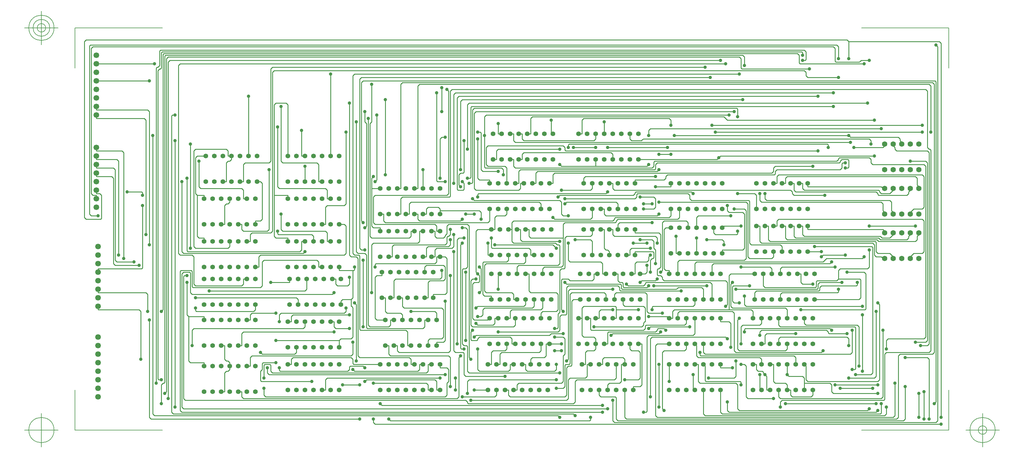
<source format=gbr>
G04 Generated by Ultiboard 14.1 *
%FSLAX24Y24*%
%MOIN*%

%ADD10C,0.0001*%
%ADD11C,0.0100*%
%ADD12C,0.0050*%
%ADD13C,0.0665*%
%ADD14C,0.0633*%
%ADD15C,0.0394*%
%ADD16C,0.0550*%


G04 ColorRGB 0000FF for the following layer *
%LNCopper Bottom*%
%LPD*%
G54D10*
G54D11*
X57600Y30200D02*
X56700Y30200D01*
X56600Y30200D01*
X56600Y30100D01*
X56400Y30000D01*
X53700Y30000D01*
X53600Y30100D01*
X53600Y31600D01*
X53400Y31800D01*
X-33200Y31800D01*
X-33400Y31600D01*
X-33400Y14600D01*
X-33200Y14400D01*
X-32800Y14400D01*
X-32800Y14000D01*
X27600Y18600D02*
X27600Y19200D01*
X27400Y19400D01*
X17200Y19400D01*
X17000Y19200D01*
X17000Y18600D01*
X16600Y18600D01*
X-10400Y19000D02*
X-10400Y25000D01*
X-10600Y25200D01*
X-11800Y25200D01*
X-12000Y25000D01*
X-10400Y14400D02*
X-10400Y14000D01*
X-12000Y25000D02*
X-12000Y14400D01*
X-10400Y14400D01*
X28000Y1000D02*
X28000Y1300D01*
X27900Y1400D01*
X24200Y1400D01*
X24000Y1200D01*
X24000Y0D01*
X23600Y0D01*
X8000Y21200D02*
X7600Y21200D01*
X7400Y21000D01*
X7400Y16400D01*
X9000Y7800D02*
X9000Y-3800D01*
X9200Y-4000D01*
X10100Y-4000D01*
X10200Y-4100D01*
X10200Y-6600D01*
X10400Y-6800D01*
X15000Y-6800D01*
X17400Y7400D02*
X17400Y6600D01*
X17200Y6400D01*
X12800Y6400D01*
X12600Y6200D01*
X12600Y3200D01*
X12800Y3000D01*
X15800Y3000D01*
X16000Y2800D01*
X16000Y2200D01*
X16400Y2200D01*
X41800Y24200D02*
X11600Y24200D01*
X11400Y24000D01*
X11400Y15200D01*
X11600Y15000D01*
X16600Y15000D01*
X16800Y15200D01*
X16800Y15800D01*
X17200Y15800D01*
X51200Y8400D02*
X57900Y8400D01*
X58000Y8300D01*
X58000Y-6400D01*
X57800Y-6600D01*
X56000Y-6600D01*
X27000Y-8400D02*
X27000Y-7800D01*
X27200Y-7600D01*
X28400Y-7600D01*
X28600Y-7400D01*
X28600Y-5400D01*
X29000Y-5400D01*
X21400Y-6400D02*
X10800Y-6400D01*
X10600Y-6200D01*
X10600Y-3300D01*
X10500Y-3200D01*
X10200Y-3200D01*
X10000Y-3000D01*
X10000Y5700D01*
X10100Y5800D01*
X10400Y5800D01*
X10600Y6000D01*
X10600Y10400D01*
X10400Y10600D01*
X10000Y10600D01*
X10000Y11600D02*
X9800Y11400D01*
X5000Y11400D01*
X4800Y11600D01*
X4800Y12200D01*
X4400Y12200D01*
X48000Y0D02*
X48000Y1000D01*
X47800Y1200D01*
X41600Y1200D01*
X41400Y1400D01*
X41400Y4000D01*
X41600Y4200D01*
X49600Y1000D02*
X57100Y1000D01*
X57200Y1100D01*
X57200Y5200D01*
X57000Y5400D01*
X55000Y5400D01*
X54800Y18200D02*
X54500Y18200D01*
X54400Y18100D01*
X54400Y17600D01*
X54200Y17400D01*
X46800Y17400D01*
X46600Y17200D01*
X46600Y16900D01*
X46500Y16800D01*
X34000Y16800D01*
X33800Y16600D01*
X33800Y16400D01*
X33600Y16200D01*
X30200Y16200D01*
X30200Y15800D01*
X-9400Y-3400D02*
X-9400Y-4000D01*
X-9600Y-4200D01*
X-13400Y-4200D01*
X-13600Y-4000D01*
X47000Y-8400D02*
X47000Y-9200D01*
X47200Y-9400D01*
X59000Y-9400D01*
X59200Y-9200D01*
X59200Y-1400D01*
X57400Y25200D02*
X10800Y25200D01*
X10600Y25000D01*
X10600Y19800D01*
X25600Y21600D02*
X25600Y21000D01*
X25400Y20800D01*
X17200Y20800D01*
X17000Y21000D01*
X17000Y21600D01*
X16600Y21600D01*
X21600Y17800D02*
X21400Y18000D01*
X21400Y19800D02*
X14200Y19800D01*
X14000Y19600D01*
X14000Y18600D01*
X13600Y18600D01*
X25600Y18600D02*
X25600Y17800D01*
X21600Y17800D01*
X11800Y21000D02*
X11800Y16400D01*
X12000Y16200D01*
X13200Y16200D01*
X13200Y15800D01*
X25600Y-3000D02*
X25600Y-3600D01*
X25400Y-3800D01*
X24600Y-3800D01*
X24400Y-4000D01*
X24400Y-5400D01*
X24000Y-5400D01*
X1000Y-200D02*
X0Y-200D01*
X-200Y0D01*
X-200Y4800D01*
X0Y5000D01*
X600Y5000D01*
X600Y5400D01*
X35600Y3200D02*
X28500Y3200D01*
X28400Y3300D01*
X28400Y3600D01*
X28200Y3800D01*
X22400Y3800D01*
X22200Y3600D01*
X22200Y500D01*
X22100Y400D01*
X21600Y400D01*
X21400Y200D01*
X21400Y-1400D01*
X21200Y-1600D01*
X14200Y-1600D01*
X13200Y12800D02*
X13200Y11400D01*
X13000Y11200D01*
X1000Y11200D01*
X800Y11400D01*
X800Y12200D01*
X400Y12200D01*
X46400Y7800D02*
X46400Y7200D01*
X46200Y7000D01*
X43600Y7000D01*
X43400Y7200D01*
X43400Y13400D01*
X43200Y13600D01*
X33000Y13600D01*
X33000Y17400D02*
X32800Y17200D01*
X18800Y17200D01*
X18600Y17000D01*
X18600Y15800D01*
X18200Y15800D01*
X50400Y7800D02*
X52000Y7800D01*
X51600Y19600D02*
X22100Y19600D01*
X22000Y19700D01*
X22000Y20000D01*
X21800Y20200D01*
X13000Y20200D01*
X12800Y20000D01*
X12800Y18000D01*
X13000Y17800D01*
X15000Y17800D01*
X15200Y17600D01*
X15200Y15800D01*
X43000Y-1600D02*
X43000Y-1300D01*
X43100Y-1200D01*
X53000Y-1200D01*
X53200Y-1400D01*
X-15000Y26000D02*
X-15000Y19000D01*
X38200Y-3000D02*
X38200Y-4000D01*
X38400Y-4200D01*
X55400Y-4200D01*
X55600Y-4000D01*
X55600Y-1400D01*
X38400Y29400D02*
X-12200Y29400D01*
X-12400Y29200D01*
X-12400Y18400D01*
X-12600Y18200D01*
X-15400Y18200D01*
X-15600Y18000D01*
X-15600Y16000D01*
X-16000Y16000D01*
X33000Y-5400D02*
X33000Y-10400D01*
X47200Y-10400D02*
X47200Y-9800D01*
X47400Y-9600D01*
X59300Y-9600D01*
X59400Y-9500D01*
X59400Y-4200D01*
X59600Y-4000D01*
X64600Y-4000D01*
X64800Y-3800D01*
X64800Y19700D01*
X64700Y19800D01*
X64600Y19800D01*
X64400Y20000D01*
X64400Y26600D01*
X64200Y26800D01*
X8800Y26800D01*
X8600Y26600D01*
X8600Y14300D01*
X8500Y14200D01*
X3000Y14200D01*
X2800Y14000D01*
X2800Y12200D01*
X2400Y12200D01*
X40600Y8600D02*
X40600Y9000D01*
X40400Y9200D01*
X38600Y9200D01*
X32000Y8200D02*
X29800Y8200D01*
X29600Y8000D01*
X29600Y7400D01*
X29200Y7400D01*
X52400Y14400D02*
X48800Y14400D01*
X48600Y14600D01*
X48600Y14800D01*
X48400Y15000D01*
X27800Y15000D01*
X27600Y15200D01*
X27600Y15800D01*
X27200Y15800D01*
X-8200Y4600D02*
X-8200Y3400D01*
X-8400Y3200D01*
X-19600Y3200D01*
X-30200Y7400D02*
X-30200Y18400D01*
X-30400Y18600D01*
X-32800Y18600D01*
X-32800Y19000D01*
X-11800Y-5200D02*
X-13300Y-5200D01*
X-13400Y-5300D01*
X-13400Y-6000D01*
X-13600Y-6200D01*
X-13600Y-7300D01*
X-13500Y-7400D01*
X-7600Y-7400D01*
X-4400Y-3400D02*
X-4400Y-2600D01*
X-11800Y-2600D01*
X-3000Y2200D02*
X-3000Y1500D01*
X-3000Y1400D01*
X-2900Y1400D01*
X-2800Y1200D01*
X-2800Y-2200D01*
X-3000Y-2400D01*
X-4200Y-2400D01*
X-4400Y-2600D01*
X51200Y2200D02*
X56400Y2200D01*
X56600Y2400D01*
X56600Y4500D01*
X56500Y4600D01*
X54000Y4600D01*
X15200Y12800D02*
X15200Y12200D01*
X15000Y12000D01*
X14000Y12000D01*
X13800Y11800D01*
X13800Y10400D01*
X13400Y10400D01*
X34800Y21400D02*
X55200Y21400D01*
X65800Y32400D02*
X66000Y32200D01*
X66000Y-11600D01*
X63400Y-11600D02*
X63400Y-8800D01*
X58600Y-8800D02*
X53400Y-8800D01*
X53200Y-8600D01*
X53200Y-7800D01*
X53000Y-7600D01*
X50000Y-7600D01*
X55200Y30400D02*
X55200Y32400D01*
X65800Y32400D01*
X46400Y-9400D02*
X43400Y-9400D01*
X43200Y-9200D01*
X43200Y-5600D01*
X43000Y-5400D01*
X42600Y-5400D01*
X41400Y-3400D02*
X41400Y-600D01*
X41200Y-400D01*
X40200Y-400D01*
X40200Y0D01*
X26800Y2200D02*
X26800Y2800D01*
X26600Y3000D01*
X22800Y3000D01*
X22600Y2800D01*
X22600Y-5300D01*
X22500Y-5400D01*
X22100Y-5400D01*
X22000Y-5500D01*
X22000Y-8000D01*
X21800Y-8200D01*
X21000Y-8200D01*
X49800Y30800D02*
X49800Y31100D01*
X49700Y31200D01*
X-25100Y31200D01*
X-25200Y31100D01*
X-25200Y29300D01*
X-25300Y29200D01*
X-25400Y29200D01*
X-25600Y29000D01*
X-25600Y-7100D01*
X-25500Y-7200D01*
X-25200Y-7200D01*
X-13200Y-8200D02*
X-13200Y-9000D01*
X-13000Y-9200D01*
X8000Y-9200D01*
X8200Y-9000D01*
X8200Y-7600D01*
X8400Y-7400D01*
X8400Y-6000D01*
X8200Y-5800D01*
X7400Y-5800D01*
X7400Y-5400D01*
X27000Y-10600D02*
X-22600Y-10600D01*
X-22800Y-10400D01*
X-22800Y5200D01*
X-22600Y5400D01*
X-21900Y5400D01*
X-21800Y5300D01*
X-21800Y3000D01*
X-21600Y2800D01*
X-5200Y2800D01*
X-5000Y3000D01*
X-600Y3000D02*
X-600Y8600D01*
X-400Y8800D01*
X4800Y8800D01*
X5000Y9000D01*
X5000Y10200D01*
X5400Y10200D01*
X46200Y5200D02*
X46200Y5800D01*
X46000Y6000D01*
X42600Y6000D01*
X32600Y6400D02*
X32600Y8000D01*
X32400Y8200D01*
X32400Y9000D01*
X32200Y9200D01*
X30800Y9200D01*
X-17200Y9000D02*
X-17200Y8400D01*
X-17400Y8200D01*
X-21200Y8200D01*
X-21400Y8400D01*
X-21400Y19600D01*
X-21200Y19800D01*
X-17600Y19800D01*
X-17400Y19600D01*
X-17400Y19000D01*
X-17000Y19000D01*
X-17200Y-5600D02*
X-17200Y-5200D01*
X-17400Y-5000D01*
X-17600Y-5000D01*
X-17800Y-4800D01*
X-17800Y-3200D01*
X-18200Y-3200D01*
X51000Y-8400D02*
X51000Y-9000D01*
X50800Y-9200D01*
X48600Y-9200D01*
X48400Y-9000D01*
X48400Y-8400D01*
X48000Y-8400D01*
X30600Y-3000D02*
X31000Y-3000D01*
X31000Y-7800D01*
X30800Y-8000D01*
X30000Y-8000D01*
X30000Y-8400D01*
X31800Y3800D02*
X31600Y3600D01*
X28900Y3600D01*
X28800Y3700D01*
X28800Y4100D01*
X28700Y4200D01*
X28400Y4200D01*
X28200Y4400D01*
X28200Y5200D01*
X27800Y5200D01*
X44200Y5200D02*
X41400Y5200D01*
X41200Y5000D01*
X41200Y1000D01*
X23800Y2200D02*
X23000Y2200D01*
X22800Y2000D01*
X22800Y-5500D01*
X22700Y-5600D01*
X22400Y-5600D01*
X22200Y-5800D01*
X22200Y-9000D01*
X22000Y-9200D01*
X15600Y-9200D01*
X15400Y-9000D01*
X15400Y-8400D01*
X15000Y-8400D01*
X14400Y5200D02*
X14200Y5000D01*
X14200Y3400D01*
X-3200Y-1200D02*
X-4800Y-1200D01*
X-5000Y-1000D01*
X-5000Y-400D01*
X-5400Y-400D01*
X62400Y18400D02*
X64200Y18400D01*
X64400Y18200D01*
X64400Y-2600D01*
X64200Y-2800D01*
X63000Y-2800D01*
X38200Y2200D02*
X38200Y3400D01*
X38000Y3600D01*
X35300Y3600D01*
X35200Y3600D01*
X35200Y3500D01*
X35000Y3400D01*
X28700Y3400D01*
X28600Y3500D01*
X28600Y3900D01*
X28500Y4000D01*
X22200Y4000D01*
X22000Y4200D01*
X49000Y-1800D02*
X45600Y-1800D01*
X45400Y-2000D01*
X45400Y-3000D01*
X45000Y-3000D01*
X-8400Y17800D02*
X-8400Y16000D01*
X10200Y20800D02*
X10200Y17100D01*
X10100Y17000D01*
X9800Y17000D01*
X9600Y16800D01*
X9600Y15600D01*
X9800Y15400D01*
X7600Y5600D02*
X7600Y4800D01*
X7400Y4600D01*
X2200Y4600D01*
X2000Y4400D01*
X2000Y2400D01*
X1600Y2400D01*
X55200Y32400D02*
X55000Y32600D01*
X-34200Y11800D02*
X-34000Y11600D01*
X-32300Y11600D01*
X-32200Y11700D01*
X-32200Y14400D01*
X-32400Y14600D01*
X-32800Y14600D01*
X-32800Y15000D01*
X55000Y32600D02*
X-34000Y32600D01*
X-34200Y32400D01*
X-34200Y11800D01*
X37000Y14600D02*
X36800Y14800D01*
X30300Y14800D01*
X30200Y14700D01*
X30200Y14600D01*
X30000Y14400D01*
X21400Y14400D01*
X21200Y14200D01*
X7400Y-7000D02*
X-5800Y-7000D01*
X-6000Y-7200D01*
X-6000Y-8400D01*
X-6400Y-8400D01*
X62400Y10000D02*
X62400Y9800D01*
X62200Y9600D01*
X62200Y9400D01*
X62000Y9200D01*
X58900Y9200D01*
X58700Y9400D01*
X49000Y9400D01*
X48800Y9600D01*
X48800Y10800D01*
X48400Y10800D01*
X47000Y-3000D02*
X47000Y-2400D01*
X47200Y-2200D01*
X55000Y-2200D01*
X55200Y-2400D01*
X55200Y-3200D01*
X61800Y-4600D02*
X64400Y-4600D01*
X64600Y-4800D01*
X64600Y-11800D01*
X66000Y-12400D02*
X-200Y-12400D01*
X-400Y-12200D01*
X-400Y-11800D01*
X-400Y-7600D02*
X5800Y-7600D01*
X6000Y-7800D01*
X6000Y-8400D01*
X6400Y-8400D01*
X63400Y15200D02*
X63400Y15400D01*
X63200Y15600D01*
X63200Y16400D01*
X63000Y16600D01*
X48000Y16600D01*
X47800Y16400D01*
X47800Y15800D01*
X47400Y15800D01*
X58000Y-8200D02*
X54200Y-8200D01*
X34200Y-7400D02*
X34200Y-5400D01*
X37200Y5200D02*
X37200Y6400D01*
X37400Y6600D01*
X52200Y6600D01*
X52600Y7000D01*
X56800Y7000D01*
X57000Y7200D01*
X57000Y29800D02*
X49500Y29800D01*
X49400Y29900D01*
X49400Y30800D01*
X49200Y31000D01*
X-24900Y31000D01*
X-25000Y30900D01*
X-25000Y1000D01*
X-25200Y800D01*
X27200Y7400D02*
X27200Y7800D01*
X27000Y8000D01*
X26800Y8000D01*
X26600Y8200D01*
X26600Y10400D01*
X26200Y10400D01*
X-4200Y1600D02*
X-4200Y2000D01*
X-4000Y2200D01*
X-3000Y2200D01*
X-2800Y2400D01*
X-4400Y5600D02*
X-4400Y6000D01*
X-2800Y2400D02*
X-2800Y5600D01*
X-4400Y5600D01*
X45200Y5200D02*
X45200Y3800D01*
X45400Y3600D01*
X51300Y3600D01*
X51400Y3700D01*
X51400Y4300D01*
X51500Y4400D01*
X53800Y4400D01*
X54000Y4600D01*
X54000Y5600D01*
X54200Y5800D01*
X57400Y5800D01*
X57600Y6000D01*
X57600Y8000D01*
X58200Y19000D02*
X40200Y19000D01*
X40000Y18800D01*
X41000Y13200D02*
X41000Y12600D01*
X41200Y12400D01*
X42800Y12400D01*
X43000Y12200D01*
X43000Y8200D01*
X42800Y8000D01*
X40400Y8000D01*
X40400Y7600D01*
X30600Y18600D02*
X39800Y18600D01*
X40000Y18800D01*
X-20000Y19000D02*
X-21000Y19000D01*
X-21200Y18800D01*
X-21200Y14600D01*
X-21000Y14400D01*
X-20200Y14400D01*
X-20200Y14000D01*
X400Y-5400D02*
X-2700Y-5400D01*
X-2800Y-5300D01*
X-2800Y-4800D01*
X-3000Y-4600D01*
X-9800Y-4600D01*
X-10000Y-4800D01*
X-10000Y-5400D01*
X-10400Y-5400D01*
X11800Y5200D02*
X12000Y5000D01*
X12000Y4300D01*
X11900Y4200D01*
X11400Y4200D01*
X11200Y4000D01*
X11200Y0D01*
X11400Y-200D01*
X13000Y-200D01*
X13200Y0D01*
X-20800Y18400D02*
X-20800Y15400D01*
X-20600Y15200D01*
X-15800Y15200D01*
X-15600Y15000D01*
X-15600Y14000D01*
X-15200Y14000D01*
X36600Y-1000D02*
X32000Y-1000D01*
X31800Y-1200D01*
X36200Y0D02*
X36200Y-600D01*
X36000Y-800D01*
X31500Y-800D01*
X31400Y-900D01*
X31400Y-1200D01*
X31200Y-1400D01*
X25100Y-1400D01*
X25000Y-1300D01*
X25000Y0D01*
X24600Y0D01*
X16400Y5200D02*
X16400Y6000D01*
X16600Y6200D01*
X21200Y6200D01*
X21400Y6400D01*
X21400Y8500D01*
X21300Y8600D01*
X21100Y8600D01*
X20900Y8800D01*
X16000Y8800D01*
X15800Y9000D01*
X15800Y10400D01*
X15400Y10400D01*
X28200Y12800D02*
X28200Y13400D01*
X28000Y13600D01*
X22200Y13600D01*
X22000Y13400D01*
X21400Y9000D02*
X17000Y9000D01*
X16800Y9200D01*
X16800Y10400D01*
X16400Y10400D01*
X25200Y15800D02*
X25200Y15200D01*
X25000Y15000D01*
X21600Y15000D01*
X5600Y5400D02*
X5600Y6000D01*
X5800Y6200D01*
X7800Y6200D01*
X8000Y6000D01*
X8000Y4600D01*
X7800Y4400D01*
X6200Y4400D01*
X6000Y4200D01*
X6000Y2400D01*
X5600Y2400D01*
X62400Y15200D02*
X62400Y15000D01*
X62200Y14800D01*
X62200Y14600D01*
X62000Y14400D01*
X58700Y14400D01*
X58600Y14500D01*
X58600Y14600D01*
X58400Y14800D01*
X49000Y14800D01*
X48800Y15000D01*
X48800Y15800D01*
X48400Y15800D01*
X62400Y12200D02*
X62400Y12400D01*
X62800Y12800D01*
X63800Y12800D01*
X64000Y13000D01*
X64000Y16600D01*
X63800Y16800D01*
X47000Y16800D01*
X46800Y16600D01*
X46800Y15800D01*
X46400Y15800D01*
X40200Y-8400D02*
X40200Y-11000D01*
X40400Y-11200D01*
X58900Y-11200D01*
X59000Y-11100D01*
X59000Y-10000D01*
X65200Y-10000D02*
X65400Y-9800D01*
X65400Y27700D01*
X65300Y27800D01*
X-1600Y27800D01*
X-1800Y27600D01*
X-1800Y11400D01*
X-1600Y11200D01*
X-4400Y11000D02*
X-3800Y11000D01*
X-3600Y10800D01*
X-3600Y7600D01*
X-3800Y7400D01*
X-13600Y7400D01*
X-13800Y7200D01*
X-13800Y6000D01*
X-14200Y6000D01*
X59600Y-3600D02*
X59600Y-2600D01*
X59800Y-2400D01*
X64000Y-2400D01*
X64200Y-2200D01*
X64200Y17800D01*
X64000Y18000D01*
X58000Y18000D01*
X57800Y18200D01*
X57800Y18600D01*
X57600Y18800D01*
X54100Y18800D01*
X54000Y18700D01*
X54000Y18600D01*
X53800Y18400D01*
X32500Y18400D01*
X32400Y18300D01*
X32400Y17800D01*
X32200Y17600D01*
X16200Y17600D01*
X16000Y17800D01*
X16000Y18600D01*
X15600Y18600D01*
X37400Y7600D02*
X37400Y9400D01*
X31800Y18000D02*
X31600Y17800D01*
X25600Y17800D01*
X20600Y21600D02*
X20400Y21800D01*
X20400Y23200D01*
X-1000Y23400D02*
X-1000Y-800D01*
X-800Y-1000D01*
X1400Y-1000D01*
X1600Y-800D01*
X1600Y-200D01*
X2000Y-200D01*
X37200Y-8400D02*
X37000Y-8200D01*
X37000Y-6600D01*
X11000Y-4800D02*
X10800Y-4600D01*
X10800Y10800D01*
X10600Y11000D01*
X8400Y11000D01*
X8200Y10800D01*
X8200Y9900D01*
X8000Y9700D01*
X8000Y9600D01*
X7800Y9400D01*
X7000Y9400D01*
X6800Y9600D01*
X6800Y10200D01*
X6400Y10200D01*
X9200Y-7000D02*
X9200Y-8400D01*
X45000Y-5400D02*
X45000Y-4800D01*
X44800Y-4600D01*
X37600Y-4600D01*
X37400Y-4400D01*
X37400Y-3200D01*
X37200Y-3000D01*
X33200Y-1600D02*
X33000Y-1800D01*
X27600Y-1800D01*
X27400Y-2000D01*
X39400Y10600D02*
X39400Y10000D01*
X39600Y9800D01*
X42100Y9800D01*
X42200Y9900D01*
X42200Y10200D01*
X41200Y23800D02*
X12800Y23800D01*
X12600Y23600D01*
X12600Y17700D01*
X12700Y17600D01*
X14600Y17600D01*
X14800Y17400D01*
X14800Y16800D01*
X22400Y8800D02*
X22400Y6800D01*
X22600Y6600D01*
X26200Y6600D01*
X26400Y6400D01*
X26400Y5200D01*
X26800Y5200D01*
X28800Y2200D02*
X28800Y1600D01*
X29000Y1400D01*
X31200Y1400D01*
X31400Y1200D01*
X31400Y-300D01*
X31400Y-400D01*
X31300Y-400D01*
X31200Y-600D01*
X31200Y-800D01*
X31000Y-1000D01*
X25400Y-1000D01*
X21800Y-1800D02*
X20400Y-1800D01*
X20200Y-2000D01*
X11600Y-2000D01*
X11400Y-2200D01*
X-2800Y-2800D02*
X-2800Y-4200D01*
X-3000Y-4400D01*
X-14600Y-4400D01*
X-14800Y-4600D01*
X-14800Y-5600D01*
X-15200Y-5600D01*
X28200Y10400D02*
X28200Y11000D01*
X28400Y11200D01*
X32200Y11200D01*
X32200Y13400D02*
X31200Y13400D01*
X31800Y21400D02*
X31800Y22000D01*
X32000Y22200D01*
X59000Y22200D01*
X64000Y-8600D02*
X64000Y-11800D01*
X11400Y-8400D02*
X13000Y-8400D01*
X17400Y2200D02*
X17400Y1600D01*
X17200Y1400D01*
X11800Y1400D01*
X11600Y1200D01*
X11200Y-1400D02*
X11000Y-1600D01*
X11000Y-2500D01*
X11100Y-2600D01*
X11700Y-2600D01*
X11800Y-2500D01*
X11800Y-2400D01*
X12000Y-2200D01*
X15600Y-2200D01*
X15800Y-2400D01*
X15800Y-3000D01*
X16200Y-3000D01*
X60400Y15200D02*
X60400Y15000D01*
X60000Y14600D01*
X59000Y14600D01*
X58800Y14800D01*
X58800Y14900D01*
X58700Y15000D01*
X50000Y15000D01*
X49800Y15200D01*
X49800Y15800D01*
X49400Y15800D01*
X55000Y-1800D02*
X52900Y-1800D01*
X52800Y-1700D01*
X52800Y-1600D01*
X52600Y-1400D01*
X45000Y-1400D01*
X44800Y-1600D01*
X44800Y-2000D01*
X42000Y-5000D02*
X42000Y-6800D01*
X41800Y-7000D01*
X38800Y-7000D01*
X37400Y10600D02*
X37400Y11800D01*
X37600Y12000D01*
X41400Y12000D01*
X40200Y30200D02*
X-24200Y30200D01*
X-24400Y30000D01*
X-24400Y-9400D01*
X-27800Y6200D02*
X-30600Y6200D01*
X-30800Y6400D01*
X-30800Y16400D01*
X-31000Y16600D01*
X-32800Y16600D01*
X-32800Y17000D01*
X-8400Y-400D02*
X-8400Y-1000D01*
X-8600Y-1200D01*
X-21400Y-1200D01*
X-21600Y-1400D01*
X-21600Y-3200D01*
X7400Y-8400D02*
X7000Y-8400D01*
X7000Y-7400D01*
X6800Y-7200D01*
X-1200Y-7200D01*
X-1400Y-7400D01*
X-1400Y-5800D02*
X-1600Y-5600D01*
X-3100Y-5600D01*
X-3200Y-5700D01*
X-3200Y-6000D01*
X-3400Y-6200D01*
X-11300Y-6200D01*
X-11400Y-6100D01*
X-11400Y-5800D01*
X-11400Y-400D02*
X-11400Y400D01*
X-11200Y600D01*
X-3800Y600D01*
X-3600Y800D01*
X-3600Y1200D01*
X8000Y2000D02*
X8000Y-2600D01*
X7800Y-2800D01*
X7000Y-2800D01*
X7000Y-3200D01*
X-2800Y5600D02*
X-2700Y5600D01*
X-2600Y5700D01*
X-2600Y6000D01*
X-200Y6000D02*
X-200Y6300D01*
X-100Y6400D01*
X6800Y6400D01*
X7000Y6600D01*
X7000Y7200D01*
X7400Y7200D01*
X30800Y5200D02*
X31400Y5200D01*
X31600Y5400D01*
X31600Y6200D01*
X10400Y5400D02*
X10400Y-2600D01*
X34400Y15800D02*
X34400Y15400D01*
X32600Y15400D01*
X-10200Y4600D02*
X-10200Y4200D01*
X-12400Y4200D01*
X13400Y10400D02*
X11800Y10400D01*
X11600Y10200D01*
X11600Y5400D01*
X11800Y5200D01*
X-3600Y21800D02*
X-3600Y13400D01*
X-3800Y13200D01*
X-5800Y13200D01*
X-6000Y13000D01*
X-6000Y11000D01*
X-6400Y11000D01*
X32000Y7400D02*
X31800Y7200D01*
X31800Y6800D01*
X31600Y6600D01*
X30400Y6600D01*
X30200Y6400D01*
X30200Y5200D01*
X29800Y5200D01*
X25200Y7400D02*
X25200Y9000D01*
X25000Y9200D01*
X23200Y9200D01*
X14200Y17200D02*
X12400Y17200D01*
X12200Y17400D01*
X12200Y21700D01*
X12100Y21800D01*
X11800Y21800D01*
X-26200Y21400D02*
X-26200Y-11200D01*
X-26000Y-11400D01*
X21200Y-11400D01*
X21400Y-11600D01*
X60400Y7000D02*
X60400Y7200D01*
X60000Y7600D01*
X58600Y7600D01*
X58400Y7800D01*
X58400Y8900D01*
X58300Y9000D01*
X46000Y9000D01*
X45800Y9200D01*
X45800Y10800D01*
X45400Y10800D01*
X33000Y12200D02*
X32800Y12000D01*
X26800Y12000D01*
X26600Y12200D01*
X26600Y12800D01*
X26200Y12800D01*
X-26600Y27800D02*
X-32800Y27800D01*
X-27000Y9800D02*
X-27000Y23200D01*
X-27200Y23400D01*
X-32800Y23400D01*
X-32800Y23800D01*
X30200Y7400D02*
X30200Y7800D01*
X32300Y7800D01*
X32400Y7700D01*
X32400Y7100D01*
X32300Y7000D01*
X32200Y7000D01*
X32000Y6800D01*
X32000Y5400D01*
X12200Y11600D02*
X12200Y12400D01*
X12000Y12600D01*
X7400Y12600D01*
X7400Y12200D01*
X-21000Y14400D02*
X-21000Y9600D01*
X-20800Y9400D01*
X-20200Y9400D01*
X-20200Y9000D01*
X14000Y-8400D02*
X14000Y-9000D01*
X13800Y-9200D01*
X10000Y-9200D01*
X-2400Y-5000D02*
X-2400Y1600D01*
X-2600Y1800D01*
X19400Y5200D02*
X19400Y5800D01*
X19600Y6000D01*
X21600Y6000D01*
X21800Y6200D01*
X18000Y9400D02*
X17800Y9600D01*
X17800Y10400D01*
X17400Y10400D01*
X21800Y6200D02*
X21800Y9400D01*
X18000Y9400D01*
X25200Y12800D02*
X25200Y11800D01*
X25000Y11600D01*
X20800Y11600D01*
X20600Y11800D01*
X47400Y7800D02*
X47400Y8400D01*
X47200Y8600D01*
X43800Y8600D01*
X43600Y8800D01*
X43600Y13700D01*
X43500Y13800D01*
X36800Y13800D01*
X36600Y14000D01*
X36600Y14400D01*
X36400Y14600D01*
X30500Y14600D01*
X30400Y14500D01*
X30400Y14200D01*
X30200Y14000D01*
X22000Y14000D01*
X51000Y17800D02*
X46600Y17800D01*
X46400Y17600D01*
X46400Y17200D01*
X46200Y17000D01*
X20800Y17000D01*
X20600Y16800D01*
X20600Y15800D01*
X20200Y15800D01*
X47000Y0D02*
X47000Y-800D01*
X47200Y-1000D01*
X55900Y-1000D01*
X56000Y-1100D01*
X56000Y-5900D01*
X55900Y-6000D01*
X55600Y-6000D01*
X25000Y-11600D02*
X25000Y-11900D01*
X24900Y-12000D01*
X1600Y-12000D01*
X1400Y-11800D01*
X41000Y-9800D02*
X41000Y-10800D01*
X41200Y-11000D01*
X58400Y-11000D01*
X58600Y-10800D01*
X-600Y27400D02*
X-600Y23000D01*
X-800Y22800D01*
X-800Y9600D01*
X-600Y9400D01*
X3800Y9400D01*
X4000Y9600D01*
X4000Y10200D01*
X4400Y10200D01*
X58600Y-7800D02*
X53600Y-7800D01*
X42600Y-7800D02*
X42600Y-7500D01*
X42500Y-7400D01*
X38500Y-7400D01*
X38400Y-7300D01*
X38400Y-5600D01*
X38200Y-5400D01*
X36200Y-3000D02*
X36200Y-3600D01*
X36000Y-3800D01*
X33600Y-3800D01*
X33400Y-4000D01*
X33400Y-10600D01*
X33600Y-10800D01*
X-5400Y28600D02*
X-5400Y19000D01*
X40800Y1400D02*
X41000Y1600D01*
X41000Y4200D01*
X40800Y4400D01*
X33600Y4400D01*
X33400Y4600D01*
X33400Y4800D01*
X33200Y5000D01*
X32900Y5000D01*
X32800Y5100D01*
X32800Y5700D01*
X32900Y5800D01*
X33000Y5800D01*
X33200Y6000D01*
X33200Y9800D01*
X33000Y10000D01*
X30200Y10000D01*
X30200Y10400D01*
X31600Y8800D02*
X30000Y8800D01*
X22400Y12000D02*
X21800Y12000D01*
X21600Y12200D01*
X21600Y13600D01*
X21400Y13800D01*
X11400Y13800D01*
X11200Y14000D01*
X8600Y5000D02*
X8600Y-3800D01*
X8400Y-4000D01*
X2600Y-4000D01*
X2400Y-3800D01*
X2400Y-3200D01*
X2000Y-3200D01*
X6000Y-3200D02*
X6000Y-2600D01*
X6200Y-2400D01*
X7600Y-2400D01*
X7800Y-2200D01*
X7800Y1000D01*
X7600Y1200D01*
X3200Y1200D01*
X3000Y1400D01*
X3000Y2400D01*
X2600Y2400D01*
X-17200Y14000D02*
X-17200Y13600D01*
X-17400Y13400D01*
X-17600Y13400D01*
X-17800Y13200D01*
X-17800Y11000D01*
X-18200Y11000D01*
X-8400Y7800D02*
X-8600Y7600D01*
X-22600Y7600D01*
X-22800Y7800D01*
X-22800Y16000D01*
X-9200Y1600D02*
X-9200Y2200D01*
X-9400Y2400D01*
X-21200Y2400D01*
X-29600Y7000D02*
X-29600Y19400D01*
X-29800Y19600D01*
X-32800Y19600D01*
X-32800Y20000D01*
X-27600Y-4800D02*
X-27600Y800D01*
X-27800Y1000D01*
X-32600Y1000D01*
X-32600Y1400D01*
X35400Y7600D02*
X35000Y7600D01*
X35000Y9600D01*
X24200Y15800D02*
X24200Y16400D01*
X24400Y16600D01*
X32600Y16600D01*
X33000Y19200D02*
X34400Y19200D01*
X34400Y22600D02*
X34400Y23200D01*
X34200Y23400D01*
X24200Y23400D01*
X24000Y23200D01*
X24000Y21600D01*
X23600Y21600D01*
X400Y15200D02*
X-600Y15200D01*
X-22000Y200D02*
X-22000Y-5000D01*
X-21800Y-5200D01*
X-20200Y-5200D01*
X-20200Y-5600D01*
X49000Y-5400D02*
X49000Y-4600D01*
X48800Y-4400D01*
X37900Y-4400D01*
X37800Y-4300D01*
X37800Y-4000D01*
X28000Y-5400D02*
X28000Y-7000D01*
X27800Y-7200D01*
X23400Y-7200D01*
X23200Y-7400D01*
X23200Y-9800D01*
X23000Y-10000D01*
X10700Y-10000D01*
X10600Y-9900D01*
X10600Y-9800D01*
X10400Y-9600D01*
X-22400Y-9600D01*
X-22600Y-9400D01*
X-22600Y4900D01*
X-22500Y5000D01*
X-22200Y5000D01*
X-21800Y8200D02*
X-21800Y20400D01*
X21000Y8200D02*
X20600Y8600D01*
X13800Y8600D01*
X11400Y12200D02*
X10400Y12200D01*
X10000Y8800D02*
X9800Y8600D01*
X9800Y-3500D01*
X9900Y-3600D01*
X10200Y-3600D01*
X11800Y-3600D02*
X11800Y-6000D01*
X12000Y-6200D01*
X15400Y-6200D01*
X15600Y-6000D01*
X15600Y-5400D01*
X16000Y-5400D01*
X35400Y12800D02*
X35400Y11800D01*
X35200Y11600D01*
X28200Y11600D01*
X28000Y11400D01*
X28000Y11300D01*
X27900Y11200D01*
X22000Y11200D01*
X21800Y11000D01*
X21800Y9400D01*
X44400Y12800D02*
X44400Y14400D01*
X44200Y14600D01*
X42200Y14600D01*
X42200Y23600D02*
X42200Y24500D01*
X42100Y24600D01*
X11400Y24600D01*
X11200Y24400D01*
X11200Y15900D01*
X11100Y15800D01*
X10800Y15800D01*
X10200Y9400D02*
X9600Y9400D01*
X9400Y9200D01*
X9400Y-3000D01*
X43000Y29600D02*
X43000Y30600D01*
X42800Y30800D01*
X-24700Y30800D01*
X-24800Y30700D01*
X-24800Y-7500D01*
X-24900Y-7600D01*
X-25000Y-7600D01*
X-25200Y-7800D01*
X-25200Y-10000D01*
X-2800Y-6000D02*
X-2600Y-6200D01*
X4800Y-6200D01*
X5000Y-6000D01*
X5000Y-5400D01*
X5400Y-5400D01*
X44200Y2200D02*
X44200Y3000D01*
X44400Y3200D01*
X51700Y3200D01*
X51800Y3300D01*
X51800Y3600D01*
X52000Y3800D01*
X56100Y3800D01*
X56200Y3900D01*
X56200Y4200D01*
X39000Y28200D02*
X-1800Y28200D01*
X-2000Y28000D01*
X-2000Y8200D01*
X-1800Y8000D01*
X-1400Y8000D01*
X51600Y26000D02*
X9600Y26000D01*
X9400Y25800D01*
X9400Y15100D01*
X9500Y15000D01*
X10100Y15000D01*
X10200Y15100D01*
X10200Y15800D01*
X10000Y16000D01*
X8600Y9200D02*
X8600Y8600D01*
X8400Y8400D01*
X6000Y8400D01*
X5800Y8200D01*
X5800Y7200D01*
X5400Y7200D01*
X60400Y20400D02*
X60400Y20200D01*
X60600Y20000D01*
X60600Y19800D01*
X60800Y19600D01*
X64400Y19600D01*
X64600Y19400D01*
X64600Y-3000D01*
X64400Y-3200D01*
X63600Y-3200D01*
X39200Y5200D02*
X39200Y6200D01*
X39400Y6400D01*
X53000Y6400D01*
X53200Y6600D01*
X1000Y25600D02*
X1000Y16800D01*
X-3200Y4800D02*
X-3200Y4000D01*
X-3400Y3800D01*
X-4600Y3800D01*
X-4800Y4000D01*
X-4800Y4600D01*
X-5200Y4600D01*
X29000Y-5400D02*
X29000Y-4800D01*
X28800Y-4600D01*
X26600Y-4600D01*
X26400Y-4800D01*
X26400Y-5400D01*
X26000Y-5400D01*
X48000Y-3000D02*
X48000Y-3600D01*
X47800Y-3800D01*
X42400Y-3800D01*
X42200Y-3600D01*
X42200Y-200D01*
X42400Y0D01*
X42400Y1800D02*
X41800Y1800D01*
X41600Y2000D01*
X41600Y3700D01*
X41700Y3800D01*
X43600Y3800D01*
X32800Y8800D02*
X32800Y9400D01*
X32600Y9600D01*
X27800Y9600D01*
X27600Y9800D01*
X27600Y10400D01*
X27200Y10400D01*
X-7400Y9000D02*
X-7400Y9600D01*
X-7600Y9800D01*
X-11500Y9800D01*
X-11600Y9900D01*
X-11600Y10200D01*
X63000Y10800D02*
X57600Y10800D01*
X27800Y2200D02*
X27800Y2800D01*
X28000Y3000D01*
X31400Y3000D01*
X31600Y2800D01*
X31600Y800D01*
X31800Y600D01*
X33400Y600D01*
X33800Y-1400D02*
X33600Y-1200D01*
X32900Y-1200D01*
X32800Y-1300D01*
X32800Y-1400D01*
X32600Y-1600D01*
X27100Y-1600D01*
X27000Y-1700D01*
X27000Y-3000D01*
X26600Y-3000D01*
X34200Y0D02*
X34000Y200D01*
X31800Y200D01*
X28000Y0D02*
X27600Y0D01*
X30600Y1000D02*
X28000Y1000D01*
X28000Y0D01*
X44000Y0D02*
X44000Y800D01*
X43800Y1000D01*
X34800Y1000D01*
X34600Y800D01*
X34600Y0D01*
X34200Y0D01*
X50000Y-8400D02*
X50000Y-7000D01*
X49800Y-6800D01*
X48200Y-6800D01*
X48000Y-6600D01*
X-12000Y14400D02*
X-12000Y9600D01*
X-11800Y9400D01*
X-10400Y9400D01*
X-10400Y9000D01*
X-12600Y17400D02*
X-12600Y10400D01*
X-12800Y10200D01*
X-15600Y10200D01*
X-15800Y10400D01*
X-15800Y11000D01*
X-16200Y11000D01*
X29600Y21600D02*
X29600Y21000D01*
X29800Y20800D01*
X30900Y20800D01*
X31000Y20800D01*
X31000Y20900D01*
X31200Y21000D01*
X57600Y21000D01*
X57800Y20800D01*
X57800Y20400D01*
X58400Y800D02*
X58400Y-6800D01*
X58200Y-7000D01*
X55200Y-7000D01*
X19200Y0D02*
X19200Y600D01*
X19400Y800D01*
X21000Y800D01*
X21200Y1000D01*
X21200Y2800D01*
X21000Y3000D01*
X18000Y3000D01*
X17800Y3200D01*
X17800Y5200D01*
X17400Y5200D01*
X21600Y-3800D02*
X20800Y-3800D01*
X18400Y2200D02*
X18400Y1400D01*
X18200Y1200D01*
X12600Y1200D01*
X12400Y1000D01*
X12400Y400D01*
X12200Y200D01*
X11800Y200D01*
X50600Y29200D02*
X42700Y29200D01*
X42600Y29300D01*
X42600Y30400D01*
X42400Y30600D01*
X-24400Y30600D01*
X-24600Y30400D01*
X-24600Y-8600D01*
X-24800Y-8800D01*
X35200Y5200D02*
X35200Y6600D01*
X35400Y6800D01*
X43000Y6800D01*
X43200Y7000D01*
X43200Y12600D01*
X43000Y12800D01*
X41800Y12800D01*
X40800Y29800D02*
X-23000Y29800D01*
X-23200Y29600D01*
X-23200Y7600D01*
X-23000Y7400D01*
X-21600Y7400D01*
X-21400Y7200D01*
X-21400Y4000D01*
X-21200Y3800D01*
X-15800Y3800D01*
X-15600Y4000D01*
X-15600Y4600D01*
X-15200Y4600D01*
X7000Y-200D02*
X7000Y600D01*
X6800Y800D01*
X4000Y800D01*
X-17200Y-5600D02*
X-17200Y-6000D01*
X-17400Y-6200D01*
X-17600Y-6200D01*
X-17800Y-6400D01*
X-17800Y-8600D01*
X-18200Y-8600D01*
X50000Y-5400D02*
X50200Y-5600D01*
X50200Y-7200D01*
X50400Y-7400D01*
X58600Y-7400D01*
X58800Y-7200D01*
X58800Y1600D01*
X58600Y1800D01*
X58200Y23200D02*
X41000Y23200D01*
X40600Y23600D01*
X18200Y23600D01*
X18000Y23400D01*
X18000Y21600D01*
X17600Y21600D01*
X19400Y2200D02*
X19400Y1200D01*
X19200Y1000D01*
X15800Y1000D01*
X15600Y800D01*
X15600Y0D01*
X15200Y0D01*
X7400Y7200D02*
X8000Y7200D01*
X8200Y7000D01*
X8200Y3000D01*
X8000Y2800D01*
X6600Y2800D01*
X6600Y2400D01*
X55400Y20600D02*
X16200Y20600D01*
X16000Y20800D01*
X16000Y21600D01*
X15600Y21600D01*
X45400Y-6600D02*
X45200Y-6400D01*
X45200Y-6300D01*
X45100Y-6200D01*
X44600Y-6200D01*
X44400Y-6000D01*
X44400Y-5400D01*
X44000Y-5400D01*
X14600Y21600D02*
X14200Y21600D01*
X14200Y22800D01*
X-11600Y22400D02*
X-11600Y15400D01*
X-11400Y15200D01*
X-6000Y15200D01*
X-5800Y15000D01*
X-5800Y14000D01*
X-5400Y14000D01*
X27000Y20000D02*
X34000Y20000D01*
X7600Y24200D02*
X7600Y27000D01*
X11000Y-9600D02*
X22200Y-9600D01*
X22400Y-9400D01*
X22400Y-7200D01*
X22600Y-7000D01*
X24400Y-7000D01*
X24600Y-6800D01*
X24600Y-5400D01*
X25000Y-5400D01*
X37200Y2200D02*
X37200Y1600D01*
X37000Y1400D01*
X32300Y1400D01*
X32200Y1300D01*
X32200Y1000D01*
X16200Y0D02*
X16200Y-800D01*
X16000Y-1000D01*
X11200Y-1000D01*
X11000Y-800D01*
X11000Y4400D01*
X11200Y4600D01*
X11600Y4600D01*
X19200Y12800D02*
X19200Y13400D01*
X19000Y13600D01*
X4000Y13600D01*
X3800Y13400D01*
X3800Y12200D01*
X3400Y12200D01*
X62400Y7000D02*
X62400Y7200D01*
X62800Y7600D01*
X63800Y7600D01*
X64000Y7800D01*
X64000Y11400D01*
X63800Y11600D01*
X47000Y11600D01*
X46800Y11400D01*
X46800Y10800D01*
X46400Y10800D01*
X60400Y12200D02*
X60400Y12400D01*
X60200Y12600D01*
X60200Y13600D01*
X60000Y13800D01*
X45600Y13800D01*
X45400Y14000D01*
X45400Y14600D01*
X59400Y20400D02*
X59400Y20200D01*
X59200Y20000D01*
X55800Y20000D01*
X41600Y-5800D02*
X40200Y-5800D01*
X40200Y-5400D01*
X37200Y0D02*
X37200Y-1800D01*
X37000Y-2000D01*
X31800Y-2000D01*
X31600Y-2200D01*
X31600Y-10900D01*
X31500Y-11000D01*
X31200Y-11000D01*
X26400Y-11000D02*
X-22800Y-11000D01*
X-23000Y-10800D01*
X-23000Y5500D01*
X-22900Y5600D01*
X-21700Y5600D01*
X-21600Y5500D01*
X-21600Y3700D01*
X-21500Y3600D01*
X-13600Y3600D01*
X-13400Y3800D01*
X-13400Y6600D01*
X-13200Y6800D01*
X-7000Y6800D01*
X-6800Y6600D01*
X-6800Y6000D01*
X-6400Y6000D01*
X45000Y0D02*
X45000Y-600D01*
X44800Y-800D01*
X42800Y-800D01*
X42600Y-1000D01*
X42600Y-3000D01*
X27000Y14800D02*
X26800Y14600D01*
X11900Y14600D01*
X11800Y14500D01*
X11800Y14200D01*
X13000Y8800D02*
X13000Y7400D01*
X13400Y7400D01*
X60400Y10000D02*
X60400Y9800D01*
X60000Y9400D01*
X59100Y9400D01*
X58900Y9600D01*
X50000Y9600D01*
X49800Y9800D01*
X49800Y10800D01*
X49400Y10800D01*
X47200Y5200D02*
X47200Y5800D01*
X47400Y6000D01*
X53600Y6000D01*
X53400Y24800D02*
X11100Y24800D01*
X11000Y24700D01*
X11000Y16500D01*
X10900Y16400D01*
X10600Y16400D01*
X8600Y10400D02*
X8600Y9800D01*
X8400Y9600D01*
X8300Y9600D01*
X8200Y9500D01*
X8200Y8800D01*
X8000Y8600D01*
X2000Y8600D01*
X1800Y8400D01*
X1800Y7200D01*
X1400Y7200D01*
X-26800Y800D02*
X-26800Y2800D01*
X-27000Y3000D01*
X-32600Y3000D01*
X-32600Y3400D01*
X-27400Y14400D02*
X-27400Y14700D01*
X-27500Y14800D01*
X-29200Y14800D01*
X34400Y10600D02*
X33800Y10600D01*
X33600Y10400D01*
X33600Y5800D01*
X33800Y5600D01*
X34200Y5600D01*
X34200Y5200D01*
X27600Y3400D02*
X22600Y3400D01*
X22400Y3200D01*
X22400Y-4800D01*
X22200Y-5000D01*
X21000Y-5400D02*
X21000Y-6000D01*
X20800Y-6200D01*
X17600Y-6200D01*
X17400Y-6000D01*
X17400Y-5400D01*
X17000Y-5400D01*
X36400Y10600D02*
X36400Y11200D01*
X36200Y11400D01*
X33600Y11400D01*
X33400Y11200D01*
X33400Y5600D01*
X33200Y5400D01*
X32800Y4600D02*
X32600Y4400D01*
X31000Y4400D01*
X30800Y4200D01*
X-5000Y-1600D02*
X-15600Y-1600D01*
X-15800Y-1800D01*
X-15800Y-3200D01*
X-16200Y-3200D01*
X9800Y-4400D02*
X9600Y-4600D01*
X9600Y-9200D01*
X9400Y-9400D01*
X-15600Y-9400D01*
X-15800Y-9200D01*
X-15800Y-8600D01*
X-16200Y-8600D01*
X42800Y25600D02*
X10000Y25600D01*
X9800Y25400D01*
X9800Y17400D01*
X59400Y10000D02*
X59400Y10200D01*
X59200Y10400D01*
X50400Y10400D01*
X50400Y10800D01*
X59400Y7000D02*
X59200Y7000D01*
X59000Y7200D01*
X58400Y7200D01*
X58200Y7400D01*
X58200Y8600D01*
X58000Y8800D01*
X45000Y8800D01*
X44800Y9000D01*
X44800Y10800D01*
X44400Y10800D01*
X57600Y-10600D02*
X57400Y-10800D01*
X42400Y-10800D01*
X42200Y-10600D01*
X42200Y-7800D01*
X42000Y-7600D01*
X37800Y-7600D01*
X37600Y-7400D01*
X37600Y-5400D01*
X37200Y-5400D01*
X-17000Y19000D02*
X-17000Y18600D01*
X-17200Y18400D01*
X-17400Y18400D01*
X-17600Y18200D01*
X-17600Y16000D01*
X-18000Y16000D01*
X-8400Y19000D02*
X-8800Y19000D01*
X-8800Y22000D01*
X-26000Y29800D02*
X-32800Y29800D01*
X-8400Y9000D02*
X-8800Y9000D01*
X-8800Y8000D01*
X-9000Y7800D01*
X-22100Y7800D01*
X-22200Y7900D01*
X-22200Y16400D01*
X-28400Y6600D02*
X-30400Y6600D01*
X-30600Y6800D01*
X-30600Y17400D01*
X-30800Y17600D01*
X-32800Y17600D01*
X-32800Y18000D01*
X-14000Y16000D02*
X-13600Y16000D01*
X-13400Y15800D01*
X-13400Y11600D01*
X-13600Y11400D01*
X-14200Y11400D01*
X-14200Y11000D01*
X27600Y1000D02*
X26200Y1000D01*
X26000Y800D01*
X26000Y0D01*
X25600Y0D01*
X29600Y-3000D02*
X29600Y-3600D01*
X29800Y-3800D01*
X30600Y-3800D01*
X30800Y-4000D01*
X30800Y-7000D01*
X30600Y-7200D01*
X29000Y-7200D01*
X21000Y-7200D02*
X10800Y-7200D01*
X10600Y-7400D01*
X10600Y-8800D01*
X-23600Y-10400D02*
X-23600Y20800D01*
X-22200Y4200D02*
X-22200Y400D01*
X-22000Y200D01*
X-20200Y200D01*
X-20200Y-200D01*
X-3200Y400D02*
X-9800Y400D01*
X-10000Y200D01*
X-10000Y-400D01*
X-10400Y-400D01*
X15400Y7400D02*
X15400Y6800D01*
X15200Y6600D01*
X12500Y6600D01*
X12400Y6500D01*
X12400Y2800D01*
X12600Y2600D01*
X13400Y2600D01*
X13400Y2200D01*
X41000Y-2400D02*
X40800Y-2200D01*
X32200Y-2200D01*
X32000Y-2400D01*
X32000Y-9200D01*
X26400Y-10200D02*
X600Y-10200D01*
X400Y-10000D01*
X50000Y0D02*
X50000Y-600D01*
X50200Y-800D01*
X56200Y-800D01*
X56400Y-1000D01*
X56400Y-5600D01*
X-3200Y25200D02*
X-3200Y7400D01*
X-3000Y7200D01*
X-2400Y7200D01*
X-2200Y7000D01*
X-2200Y-4400D01*
X-2000Y-4600D01*
X3800Y-4600D01*
X4000Y-4800D01*
X4000Y-5400D01*
X4400Y-5400D01*
X27600Y-9600D02*
X27600Y-12000D01*
X27800Y-12200D01*
X65400Y-12200D01*
X65600Y-12000D01*
X65600Y31800D01*
X65400Y32000D01*
X7000Y26400D02*
X7000Y16100D01*
X7100Y16000D01*
X8000Y16000D01*
X42000Y3400D02*
X51500Y3400D01*
X51600Y3500D01*
X51600Y4000D01*
X51800Y4200D01*
X54400Y4200D01*
X54000Y28200D02*
X50400Y28200D01*
X50200Y28400D01*
X50200Y28800D01*
X50000Y29000D01*
X-12000Y29000D01*
X-12200Y28800D01*
X-12200Y10200D01*
X-12400Y10000D01*
X-14600Y10000D01*
X-14800Y9800D01*
X-14800Y9000D01*
X-15200Y9000D01*
X8000Y-6600D02*
X-12600Y-6600D01*
X-12800Y-6400D01*
X-12800Y-5800D01*
X35200Y0D02*
X35200Y600D01*
X35400Y800D01*
X41600Y800D01*
X41800Y600D01*
X41800Y-3800D01*
X42000Y-4000D01*
X52000Y-4000D01*
X52200Y-3800D01*
X54000Y30400D02*
X54000Y31800D01*
X53800Y32000D01*
X-33500Y32000D01*
X-33600Y31900D01*
X-33600Y12200D01*
X-33400Y12000D01*
X-32600Y12000D01*
X-11200Y12200D02*
X-11200Y10400D01*
X-11000Y10200D01*
X-6000Y10200D01*
X-5800Y10000D01*
X-5800Y9000D01*
X-5400Y9000D01*
X22400Y20000D02*
X22400Y20300D01*
X22500Y20400D01*
X52700Y20400D01*
X52800Y20300D01*
X52800Y20000D01*
X51000Y4000D02*
X49800Y4000D01*
X49600Y4200D01*
X49600Y5200D01*
X49200Y5200D01*
X29000Y-8400D02*
X29000Y-11600D01*
X29200Y-11800D01*
X60800Y-11800D01*
X61000Y-11600D01*
X61000Y-4400D01*
X61200Y-4200D01*
X65000Y-4200D01*
X65200Y-4000D01*
X65200Y27400D01*
X65000Y27600D01*
X3000Y27600D01*
X2800Y27400D01*
X2800Y15200D01*
X2400Y15200D01*
X40400Y10600D02*
X40600Y10800D01*
X42600Y10800D01*
X42400Y28600D02*
X-2600Y28600D01*
X-2800Y28400D01*
X-2800Y7600D01*
X-2600Y7400D01*
X-2100Y7400D01*
X-2000Y7300D01*
X-2000Y-1300D01*
X-1900Y-1400D01*
X3400Y-1400D01*
X3600Y-1600D01*
X3600Y-3200D01*
X4000Y-3200D01*
X-26600Y8600D02*
X-26600Y24200D01*
X-26800Y24400D01*
X-32800Y24400D01*
X-32800Y24800D01*
X13400Y9400D02*
X13400Y8300D01*
X13500Y8200D01*
X17800Y8200D01*
X18000Y8000D01*
X18000Y7400D01*
X18400Y7400D01*
X21800Y800D02*
X21600Y1000D01*
X21600Y4500D01*
X21700Y4600D01*
X22400Y4600D01*
X22600Y4400D01*
X25200Y4400D01*
X25400Y4600D01*
X25400Y5200D01*
X25800Y5200D01*
X48000Y-5400D02*
X48000Y-6600D01*
X45400Y-6600D02*
X45600Y-6800D01*
X45600Y-8400D01*
X46000Y-8400D01*
X15200Y-3000D02*
X15200Y-3600D01*
X15000Y-3800D01*
X13600Y-3800D01*
X13400Y-4000D01*
X13400Y-5400D01*
X13000Y-5400D01*
X61400Y20400D02*
X61400Y20600D01*
X61200Y20800D01*
X61200Y21000D01*
X61000Y21200D01*
X55400Y21200D01*
X55200Y21400D01*
X25200Y10400D02*
X25200Y9800D01*
X25000Y9600D01*
X22200Y9600D01*
X22000Y9400D01*
X22000Y5900D01*
X21900Y5800D01*
X21600Y5800D01*
X21400Y5600D01*
X21400Y700D01*
X21200Y500D01*
X21200Y-1100D01*
X21100Y-1200D01*
X20800Y-1200D01*
X20800Y-2200D02*
X21800Y-2200D01*
X22000Y-2400D01*
X22000Y-4200D01*
X21800Y-4400D01*
X21800Y-7400D01*
X21600Y-7600D01*
X16600Y-7600D01*
X16400Y-7800D01*
X16400Y-8400D01*
X16000Y-8400D01*
X19200Y-3000D02*
X19200Y-3800D01*
X19000Y-4000D01*
X14600Y-4000D01*
X14400Y-4200D01*
X14400Y-5400D01*
X14000Y-5400D01*
X39200Y2200D02*
X39200Y4000D01*
X39000Y4200D01*
X31500Y4200D01*
X31400Y4100D01*
X31400Y4000D01*
X31200Y3800D01*
X29400Y3800D01*
X29200Y4000D01*
X38600Y3800D02*
X32400Y3800D01*
X12000Y6000D02*
X12200Y5800D01*
X12200Y3200D01*
X12000Y3000D01*
X11600Y-600D02*
X11800Y-800D01*
X13600Y-800D01*
X13800Y-600D01*
X13800Y0D01*
X14200Y0D01*
X52000Y7200D02*
X52200Y7400D01*
X54800Y7400D01*
X54800Y17600D02*
X55100Y17600D01*
X55200Y17700D01*
X55200Y18500D01*
X55100Y18600D01*
X54400Y18600D01*
X54200Y18400D01*
X54200Y18300D01*
X54100Y18200D01*
X32800Y18200D01*
X32600Y18000D01*
X32600Y17500D01*
X32500Y17400D01*
X16800Y17400D01*
X16600Y17200D01*
X16600Y15800D01*
X16200Y15800D01*
X49800Y30200D02*
X50100Y30200D01*
X50200Y30300D01*
X50200Y31200D01*
X50000Y31400D01*
X-25300Y31400D01*
X-25400Y31300D01*
X-25400Y29600D01*
X-25600Y29400D01*
X-25700Y29400D01*
X-25800Y29300D01*
X-25800Y-7600D01*
X-13200Y-7000D02*
X-13200Y-5500D01*
X-13100Y-5400D01*
X-12500Y-5400D01*
X-12400Y-5500D01*
X-12400Y-6200D01*
X-12200Y-6400D01*
X5800Y-6400D01*
X6000Y-6200D01*
X6000Y-5400D01*
X6400Y-5400D01*
X59400Y12200D02*
X59400Y12400D01*
X59200Y12600D01*
X59200Y13400D01*
X59000Y13600D01*
X45000Y13600D01*
X44800Y13800D01*
X44800Y14600D01*
X47200Y2200D02*
X47200Y2800D01*
X47400Y3000D01*
X53900Y3000D01*
X54000Y3100D01*
X54000Y3400D01*
X53400Y26400D02*
X9200Y26400D01*
X9000Y26200D01*
X9000Y15800D01*
X9000Y9800D02*
X9000Y8400D01*
X8800Y8200D01*
X7000Y8200D01*
X6800Y8000D01*
X6800Y7200D01*
X6400Y7200D01*
X38200Y-8400D02*
X38200Y-11200D01*
X38400Y-11400D01*
X59400Y-11400D01*
X59600Y-11200D01*
X59600Y-10400D01*
X8200Y26800D02*
X8400Y26600D01*
X8400Y14600D01*
X8200Y14400D01*
X-200Y14400D01*
X-400Y14200D01*
X-400Y11200D01*
X-200Y11000D01*
X6800Y11000D01*
X7000Y10800D01*
X7000Y10200D01*
X7400Y10200D01*
X34200Y-3000D02*
X32800Y-3000D01*
X32600Y-3200D01*
X32600Y-11400D01*
X32800Y-11600D01*
X60400Y-11600D01*
X60600Y-11400D01*
X60600Y-7600D01*
X63800Y21800D02*
X39600Y21800D01*
X-11200Y24800D02*
X-11200Y18400D01*
X-11000Y18200D01*
X-7000Y18200D01*
X-6800Y18000D01*
X-6800Y16000D01*
X-6400Y16000D01*
X43000Y2600D02*
X43000Y1600D01*
X43200Y1400D01*
X56800Y1400D01*
X56800Y400D02*
X56800Y-6200D01*
X8600Y-8000D02*
X8600Y-4600D01*
X8400Y-4400D01*
X1600Y-4400D01*
X1400Y-4200D01*
X1400Y-3200D01*
X1000Y-3200D01*
X-27400Y13200D02*
X-27400Y5900D01*
X-27500Y5800D01*
X-32600Y5800D01*
X-32600Y5400D01*
X48000Y-8400D02*
X48000Y-7800D01*
X47800Y-7600D01*
X46600Y-7600D01*
X46400Y-7400D01*
X46400Y-5400D01*
X46000Y-5400D01*
X18000Y-5400D02*
X18000Y-4800D01*
X18200Y-4600D01*
X19600Y-4600D01*
X19800Y-4400D01*
X19800Y-3000D01*
X20200Y-3000D01*
X-14200Y1600D02*
X-14200Y1000D01*
X-14400Y800D01*
X-21100Y800D01*
X-21200Y900D01*
X-21200Y1200D01*
X-26600Y-200D02*
X-26600Y-11600D01*
X-26400Y-11800D01*
X-2000Y-11800D01*
X-2000Y-7800D02*
X-4000Y-7800D01*
X7400Y12200D02*
X7400Y12800D01*
X7200Y13000D01*
X6000Y13000D01*
X5800Y12800D01*
X5800Y12200D01*
X5400Y12200D01*
X21600Y-3000D02*
X20200Y-3000D01*
X31200Y12800D02*
X32400Y12800D01*
X32600Y13000D01*
X32600Y14000D01*
X32400Y14200D01*
X30800Y14200D01*
X23000Y20000D02*
X25600Y20000D01*
X3000Y-200D02*
X3000Y400D01*
X2800Y600D01*
X1200Y600D01*
X1000Y800D01*
X1000Y2400D01*
X600Y2400D01*
X-400Y16600D02*
X-600Y16400D01*
X-600Y10800D01*
X-400Y10600D01*
X400Y10600D01*
X400Y10200D01*
X25600Y-3000D02*
X25600Y-2400D01*
X25400Y-2200D01*
X24200Y-2200D01*
X24000Y-2000D01*
X24000Y0D01*
X23600Y0D01*
X45000Y-8400D02*
X44800Y-8200D01*
X44800Y-6600D01*
X23200Y-11400D02*
X23000Y-11200D01*
X-23800Y-11200D01*
X-24000Y-11000D01*
X-24000Y23700D01*
X-23900Y23800D01*
X-23600Y23800D01*
X26600Y23000D02*
X26600Y21600D01*
X-11800Y600D02*
X-14600Y600D01*
X-14800Y400D01*
X-14800Y-200D01*
X-15200Y-200D01*
X34400Y12800D02*
X34400Y12000D01*
X34200Y11800D01*
X27900Y11800D01*
X27800Y11700D01*
X27800Y11600D01*
X27600Y11400D01*
X16000Y11400D01*
X15800Y11200D01*
X15800Y10400D01*
X15400Y10400D01*
X63400Y10000D02*
X63400Y9800D01*
X63200Y9600D01*
X63200Y9200D01*
X63000Y9000D01*
X58700Y9000D01*
X58500Y9200D01*
X48000Y9200D01*
X47800Y9400D01*
X47800Y10800D01*
X47400Y10800D01*
X59400Y15200D02*
X59200Y15200D01*
X59000Y15400D01*
X50400Y15400D01*
X50400Y15800D01*
X47800Y-10000D02*
X58400Y-10000D01*
X63800Y22600D02*
X39200Y22600D01*
X-1400Y24200D02*
X-1400Y23000D01*
X-1200Y22800D01*
X-1200Y10800D01*
X-1400Y10600D01*
X5400Y17400D02*
X5400Y15200D01*
X26000Y-8400D02*
X26000Y-9000D01*
X26200Y-9200D01*
X27900Y-9200D01*
X28000Y-9300D01*
X28000Y-11800D01*
X28200Y-12000D01*
X61600Y-12000D01*
X61800Y-11800D01*
X61800Y-8000D01*
X64800Y21800D02*
X64800Y27200D01*
X64600Y27400D01*
X5000Y27400D01*
X4800Y27200D01*
X4800Y15200D01*
X4400Y15200D01*
X0Y23800D02*
X0Y16200D01*
X-200Y16000D01*
X-1600Y6800D02*
X-1600Y-1000D01*
X-2400Y23000D02*
X-2400Y7800D01*
X-2200Y7600D01*
X-1400Y7600D01*
X-1200Y7400D01*
X-1200Y-1100D01*
X-1100Y-1200D01*
X5400Y-1200D01*
X5600Y-1000D01*
X5600Y-200D01*
X6000Y-200D01*
G54D12*
X-35300Y-13100D02*
X-35300Y-8390D01*
X-35300Y-13100D02*
X-25080Y-13100D01*
X66900Y-13100D02*
X56680Y-13100D01*
X66900Y-13100D02*
X66900Y-8390D01*
X66900Y34004D02*
X66900Y29294D01*
X66900Y34004D02*
X56680Y34004D01*
X-35300Y34004D02*
X-25080Y34004D01*
X-35300Y34004D02*
X-35300Y29294D01*
X-37269Y-13100D02*
X-41206Y-13100D01*
X-39237Y-15069D02*
X-39237Y-11131D01*
X-40714Y-13100D02*
G75*
D01*
G02X-40714Y-13100I1477J0*
G01*
X68869Y-13100D02*
X72806Y-13100D01*
X70837Y-15069D02*
X70837Y-11131D01*
X69361Y-13100D02*
G75*
D01*
G02X69361Y-13100I1476J0*
G01*
X70345Y-13100D02*
G75*
D01*
G02X70345Y-13100I492J0*
G01*
X-37269Y34004D02*
X-41206Y34004D01*
X-39237Y32035D02*
X-39237Y35972D01*
X-40714Y34004D02*
G75*
D01*
G02X-40714Y34004I1477J0*
G01*
X-40221Y34004D02*
G75*
D01*
G02X-40221Y34004I984J0*
G01*
X-39729Y34004D02*
G75*
D01*
G02X-39729Y34004I492J0*
G01*
G54D13*
X-32600Y-2200D03*
X-32600Y-3200D03*
X-32600Y-4200D03*
X-32600Y-5200D03*
X-32600Y-6200D03*
X-32600Y-7200D03*
X-32600Y-8200D03*
X-32600Y-9200D03*
X-32600Y8400D03*
X-32600Y7400D03*
X-32600Y6400D03*
X-32600Y5400D03*
X-32600Y4400D03*
X-32600Y3400D03*
X-32600Y2400D03*
X-32600Y1400D03*
X-32800Y20000D03*
X-32800Y19000D03*
X-32800Y18000D03*
X-32800Y17000D03*
X-32800Y16000D03*
X-32800Y15000D03*
X-32800Y14000D03*
X-32800Y13000D03*
X-32800Y30800D03*
X-32800Y29800D03*
X-32800Y28800D03*
X-32800Y27800D03*
X-32800Y26800D03*
X-32800Y25800D03*
X-32800Y24800D03*
X-32800Y23800D03*
G54D14*
X60400Y10000D03*
X60400Y7000D03*
X63400Y10000D03*
X62400Y10000D03*
X61400Y10000D03*
X62400Y7000D03*
X63400Y7000D03*
X61400Y7000D03*
X59400Y10000D03*
X59400Y7000D03*
X60400Y15200D03*
X60400Y12200D03*
X63400Y15200D03*
X62400Y15200D03*
X61400Y15200D03*
X62400Y12200D03*
X63400Y12200D03*
X61400Y12200D03*
X59400Y15200D03*
X59400Y12200D03*
X60400Y20400D03*
X60400Y17400D03*
X63400Y20400D03*
X62400Y20400D03*
X61400Y20400D03*
X62400Y17400D03*
X63400Y17400D03*
X61400Y17400D03*
X59400Y20400D03*
X59400Y17400D03*
G54D15*
X27000Y20000D03*
X34000Y20000D03*
X7600Y24200D03*
X7600Y27000D03*
X11000Y-9600D03*
X32200Y11200D03*
X32200Y13400D03*
X31200Y13400D03*
X31800Y21400D03*
X59000Y22200D03*
X64000Y-8600D03*
X64000Y-11800D03*
X11400Y-8400D03*
X7400Y-7000D03*
X52000Y7800D03*
X51600Y19600D03*
X-3200Y25200D03*
X58600Y1800D03*
X58200Y23200D03*
X41000Y-9800D03*
X58600Y-10800D03*
X-600Y27400D03*
X41800Y12800D03*
X40800Y29800D03*
X59200Y-1400D03*
X57400Y25200D03*
X10600Y19800D03*
X-8400Y7800D03*
X-22800Y16000D03*
X-20800Y18400D03*
X23200Y9200D03*
X14200Y17200D03*
X11800Y21800D03*
X-26200Y21400D03*
X21400Y-11600D03*
X42800Y25600D03*
X9800Y17400D03*
X49800Y30800D03*
X-25200Y-7200D03*
X-13200Y-8200D03*
X59600Y-10400D03*
X8200Y26800D03*
X8000Y-6600D03*
X-12800Y-5800D03*
X-2400Y23000D03*
X-3600Y21800D03*
X-11800Y600D03*
X52000Y7200D03*
X54800Y7400D03*
X54800Y17600D03*
X56400Y-5600D03*
X53600Y6000D03*
X53400Y24800D03*
X10600Y16400D03*
X8600Y10400D03*
X33600Y-10800D03*
X-5400Y28600D03*
X42600Y10800D03*
X42400Y28600D03*
X-27600Y-4800D03*
X21000Y-8200D03*
X35600Y3200D03*
X14200Y-1600D03*
X55200Y-3200D03*
X61800Y-4600D03*
X64600Y-11800D03*
X66000Y-12400D03*
X-400Y-11800D03*
X-400Y-7600D03*
X44800Y14600D03*
X58000Y-8200D03*
X54200Y-8200D03*
X34200Y-7400D03*
X21400Y-6400D03*
X10000Y10600D03*
X10000Y11600D03*
X31800Y3800D03*
X52400Y14400D03*
X37000Y-6600D03*
X11000Y-4800D03*
X32200Y1000D03*
X27000Y14800D03*
X11800Y14200D03*
X13000Y8800D03*
X57600Y-10600D03*
X61800Y-8000D03*
X64800Y21800D03*
X37400Y9400D03*
X31800Y18000D03*
X21400Y18000D03*
X21400Y19800D03*
X33000Y12200D03*
X-19600Y3200D03*
X-30200Y7400D03*
X36600Y-1000D03*
X31800Y-1200D03*
X20600Y11800D03*
X55800Y20000D03*
X41600Y-5800D03*
X53200Y6600D03*
X1000Y25600D03*
X1000Y16800D03*
X-3200Y4800D03*
X59600Y-3600D03*
X40600Y8600D03*
X38600Y9200D03*
X32000Y8200D03*
X31600Y6200D03*
X10400Y5400D03*
X10400Y-2600D03*
X-8800Y22000D03*
X-26000Y29800D03*
X-26600Y8600D03*
X23200Y-11400D03*
X-23600Y23800D03*
X26600Y23000D03*
X20800Y-1200D03*
X20800Y-2200D03*
X14200Y3400D03*
X-3200Y-1200D03*
X41800Y24200D03*
X43000Y29600D03*
X-25200Y-10000D03*
X-2800Y-6000D03*
X27000Y-10600D03*
X-5000Y3000D03*
X-600Y3000D03*
X31200Y-11000D03*
X26400Y-11000D03*
X21800Y800D03*
X4000Y800D03*
X-27400Y13200D03*
X-12600Y17400D03*
X25400Y-1000D03*
X21800Y-1800D03*
X11400Y-2200D03*
X-2800Y-2800D03*
X37000Y14600D03*
X21200Y14200D03*
X51000Y17800D03*
X49800Y30200D03*
X-25800Y-7600D03*
X-13200Y-7000D03*
X27600Y-9600D03*
X65400Y32000D03*
X7000Y26400D03*
X8000Y16000D03*
X42000Y3400D03*
X54400Y4200D03*
X54000Y28200D03*
X0Y23800D03*
X-200Y16000D03*
X-1600Y6800D03*
X-1600Y-1000D03*
X-21600Y-3200D03*
X46400Y-9400D03*
X42600Y-5400D03*
X41400Y-3400D03*
X-5000Y-1600D03*
X55600Y-6000D03*
X25000Y-11600D03*
X1400Y-11800D03*
X56200Y4200D03*
X39000Y28200D03*
X-1400Y8000D03*
X55600Y-1400D03*
X38400Y29400D03*
X43000Y2600D03*
X56800Y1400D03*
X56800Y400D03*
X56800Y-6200D03*
X8600Y-8000D03*
X37800Y-4000D03*
X12600Y21400D03*
X8000Y21200D03*
X7400Y16400D03*
X9000Y7800D03*
X15000Y-6800D03*
X42200Y10200D03*
X41200Y23800D03*
X14800Y16800D03*
X22400Y8800D03*
X38600Y3800D03*
X32400Y3800D03*
X12000Y6000D03*
X12000Y3000D03*
X11600Y-600D03*
X45400Y14600D03*
X55000Y-1800D03*
X44800Y-2000D03*
X33000Y-5400D03*
X33000Y-10400D03*
X47200Y-10400D03*
X49600Y1000D03*
X55000Y5400D03*
X54800Y18200D03*
X-27800Y6200D03*
X33200Y-1600D03*
X27400Y-2000D03*
X11600Y1200D03*
X11200Y-1400D03*
X21600Y15000D03*
X58600Y-7800D03*
X53600Y-7800D03*
X42600Y-7800D03*
X22400Y20000D03*
X52800Y20000D03*
X51000Y4000D03*
X42000Y-5000D03*
X38800Y-7000D03*
X5400Y17400D03*
X49000Y-1800D03*
X31200Y12800D03*
X30800Y14200D03*
X23000Y20000D03*
X25600Y20000D03*
X42400Y0D03*
X42400Y1800D03*
X43600Y3800D03*
X32800Y8800D03*
X-26600Y27800D03*
X-21200Y2400D03*
X-29600Y7000D03*
X33400Y600D03*
X33800Y-1400D03*
X-22200Y5000D03*
X-21800Y8200D03*
X-21800Y20400D03*
X10000Y-9200D03*
X-2400Y-5000D03*
X-2600Y1800D03*
X11800Y200D03*
X50600Y29200D03*
X-24800Y-8800D03*
X57600Y30200D03*
X12200Y11600D03*
X21600Y-3000D03*
X63000Y10800D03*
X57600Y10800D03*
X32000Y5400D03*
X-2600Y6000D03*
X-200Y6000D03*
X27600Y1000D03*
X42600Y-3000D03*
X-21200Y1200D03*
X-26600Y-200D03*
X-2000Y-11800D03*
X-2000Y-7800D03*
X-4000Y-7800D03*
X57600Y8000D03*
X58200Y19000D03*
X40000Y18800D03*
X41000Y13200D03*
X-1400Y-7400D03*
X-1400Y-5800D03*
X-11400Y-5800D03*
X-11400Y-400D03*
X-3600Y1200D03*
X8000Y2000D03*
X-11800Y-2600D03*
X-11800Y-5200D03*
X-7600Y-7400D03*
X13400Y9400D03*
X59000Y-10000D03*
X65200Y-10000D03*
X-1600Y11200D03*
X57000Y7200D03*
X57000Y29800D03*
X-25200Y800D03*
X55400Y20600D03*
X41600Y4200D03*
X29000Y-7200D03*
X21000Y-7200D03*
X10600Y-8800D03*
X-23600Y-10400D03*
X-23600Y20800D03*
X10200Y20800D03*
X9800Y15400D03*
X7600Y5600D03*
X-11600Y10200D03*
X-8400Y17800D03*
X-22200Y16400D03*
X57800Y20400D03*
X58400Y800D03*
X55200Y-7000D03*
X21000Y8200D03*
X13800Y8600D03*
X11400Y12200D03*
X10400Y12200D03*
X10000Y8800D03*
X10200Y-3600D03*
X11800Y-3600D03*
X33000Y13600D03*
X33000Y17400D03*
X51200Y8400D03*
X56000Y-6600D03*
X47800Y-10000D03*
X58400Y-10000D03*
X63800Y22600D03*
X39200Y22600D03*
X-1400Y24200D03*
X-1400Y10600D03*
X52200Y-3800D03*
X54000Y30400D03*
X-32600Y12000D03*
X-11200Y12200D03*
X14200Y22800D03*
X-11600Y22400D03*
X9800Y-4400D03*
X22000Y14000D03*
X42200Y14600D03*
X42200Y23600D03*
X10800Y15800D03*
X10200Y9400D03*
X9400Y-3000D03*
X51600Y26000D03*
X10000Y16000D03*
X8600Y9200D03*
X60600Y-7600D03*
X63800Y21800D03*
X39600Y21800D03*
X-11200Y24800D03*
X41400Y12000D03*
X40200Y30200D03*
X-24400Y-9400D03*
X-13600Y-4000D03*
X44800Y-6600D03*
X33200Y5400D03*
X32800Y4600D03*
X30800Y4200D03*
X21600Y-3800D03*
X20800Y-3800D03*
X41000Y-2400D03*
X32000Y-9200D03*
X26400Y-10200D03*
X400Y-10000D03*
X54000Y3400D03*
X53400Y26400D03*
X9000Y15800D03*
X9000Y9800D03*
X43000Y-1600D03*
X53200Y-1400D03*
X-15000Y26000D03*
X31600Y8800D03*
X30000Y8800D03*
X22400Y12000D03*
X11200Y14000D03*
X8600Y5000D03*
X-26800Y800D03*
X34800Y21400D03*
X55200Y21400D03*
X55200Y30400D03*
X66000Y-11600D03*
X63400Y-11600D03*
X63400Y-8800D03*
X58600Y-8800D03*
X9200Y-7000D03*
X9200Y-8400D03*
X11800Y5200D03*
X-3200Y400D03*
X-12400Y4200D03*
X-22200Y4200D03*
X32600Y15400D03*
X48000Y-6600D03*
X45400Y-6600D03*
X32600Y16600D03*
X33000Y19200D03*
X34400Y19200D03*
X34400Y22600D03*
X11800Y21000D03*
X-400Y16600D03*
X31800Y200D03*
X30600Y1000D03*
X-27400Y14400D03*
X-29200Y14800D03*
X27600Y3400D03*
X22200Y-5000D03*
X21000Y-5400D03*
X32000Y7400D03*
X29200Y4000D03*
X62400Y18400D03*
X63000Y-2800D03*
X42600Y6000D03*
X32600Y6400D03*
X30800Y9200D03*
X-28400Y6600D03*
X11600Y4600D03*
X22000Y13400D03*
X21400Y9000D03*
X63600Y-3200D03*
X22000Y4200D03*
X35000Y9600D03*
X40800Y1400D03*
X20400Y23200D03*
X-1000Y23400D03*
X-27000Y9800D03*
G54D16*
X34200Y5200D03*
X37200Y2200D03*
X35200Y2200D03*
X36200Y2200D03*
X38200Y2200D03*
X39200Y2200D03*
X40200Y2200D03*
X40200Y5200D03*
X37200Y5200D03*
X35200Y5200D03*
X36200Y5200D03*
X38200Y5200D03*
X39200Y5200D03*
X34200Y2200D03*
X34200Y0D03*
X37200Y-3000D03*
X35200Y-3000D03*
X36200Y-3000D03*
X38200Y-3000D03*
X39200Y-3000D03*
X40200Y-3000D03*
X40200Y0D03*
X37200Y0D03*
X35200Y0D03*
X36200Y0D03*
X38200Y0D03*
X39200Y0D03*
X34200Y-3000D03*
X34200Y-5400D03*
X37200Y-8400D03*
X35200Y-8400D03*
X36200Y-8400D03*
X38200Y-8400D03*
X39200Y-8400D03*
X40200Y-8400D03*
X40200Y-5400D03*
X37200Y-5400D03*
X35200Y-5400D03*
X36200Y-5400D03*
X38200Y-5400D03*
X39200Y-5400D03*
X34200Y-8400D03*
X44400Y10800D03*
X47400Y7800D03*
X45400Y7800D03*
X46400Y7800D03*
X48400Y7800D03*
X49400Y7800D03*
X50400Y7800D03*
X50400Y10800D03*
X47400Y10800D03*
X45400Y10800D03*
X46400Y10800D03*
X48400Y10800D03*
X49400Y10800D03*
X44400Y7800D03*
X44400Y15800D03*
X47400Y12800D03*
X45400Y12800D03*
X46400Y12800D03*
X48400Y12800D03*
X49400Y12800D03*
X50400Y12800D03*
X50400Y15800D03*
X47400Y15800D03*
X45400Y15800D03*
X46400Y15800D03*
X48400Y15800D03*
X49400Y15800D03*
X44400Y12800D03*
X-20000Y19000D03*
X-17000Y16000D03*
X-19000Y16000D03*
X-18000Y16000D03*
X-16000Y16000D03*
X-15000Y16000D03*
X-14000Y16000D03*
X-14000Y19000D03*
X-17000Y19000D03*
X-19000Y19000D03*
X-18000Y19000D03*
X-16000Y19000D03*
X-15000Y19000D03*
X-20000Y16000D03*
X-10400Y19000D03*
X-7400Y16000D03*
X-9400Y16000D03*
X-8400Y16000D03*
X-6400Y16000D03*
X-5400Y16000D03*
X-4400Y16000D03*
X-4400Y19000D03*
X-7400Y19000D03*
X-9400Y19000D03*
X-8400Y19000D03*
X-6400Y19000D03*
X-5400Y19000D03*
X-10400Y16000D03*
X-20200Y14000D03*
X-17200Y11000D03*
X-19200Y11000D03*
X-18200Y11000D03*
X-16200Y11000D03*
X-15200Y11000D03*
X-14200Y11000D03*
X-14200Y14000D03*
X-17200Y14000D03*
X-19200Y14000D03*
X-18200Y14000D03*
X-16200Y14000D03*
X-15200Y14000D03*
X-20200Y11000D03*
X-10400Y14000D03*
X-7400Y11000D03*
X-9400Y11000D03*
X-8400Y11000D03*
X-6400Y11000D03*
X-5400Y11000D03*
X-4400Y11000D03*
X-4400Y14000D03*
X-7400Y14000D03*
X-9400Y14000D03*
X-8400Y14000D03*
X-6400Y14000D03*
X-5400Y14000D03*
X-10400Y11000D03*
X-20200Y9000D03*
X-17200Y6000D03*
X-19200Y6000D03*
X-18200Y6000D03*
X-16200Y6000D03*
X-15200Y6000D03*
X-14200Y6000D03*
X-14200Y9000D03*
X-17200Y9000D03*
X-19200Y9000D03*
X-18200Y9000D03*
X-16200Y9000D03*
X-15200Y9000D03*
X-20200Y6000D03*
X-10400Y9000D03*
X-7400Y6000D03*
X-9400Y6000D03*
X-8400Y6000D03*
X-6400Y6000D03*
X-5400Y6000D03*
X-4400Y6000D03*
X-4400Y9000D03*
X-7400Y9000D03*
X-9400Y9000D03*
X-8400Y9000D03*
X-6400Y9000D03*
X-5400Y9000D03*
X-10400Y6000D03*
X-20200Y4600D03*
X-17200Y1600D03*
X-19200Y1600D03*
X-18200Y1600D03*
X-16200Y1600D03*
X-15200Y1600D03*
X-14200Y1600D03*
X-14200Y4600D03*
X-17200Y4600D03*
X-19200Y4600D03*
X-18200Y4600D03*
X-16200Y4600D03*
X-15200Y4600D03*
X-20200Y1600D03*
X-10200Y4600D03*
X-7200Y1600D03*
X-9200Y1600D03*
X-8200Y1600D03*
X-6200Y1600D03*
X-5200Y1600D03*
X-4200Y1600D03*
X-4200Y4600D03*
X-7200Y4600D03*
X-9200Y4600D03*
X-8200Y4600D03*
X-6200Y4600D03*
X-5200Y4600D03*
X-10200Y1600D03*
X-20200Y-200D03*
X-17200Y-3200D03*
X-19200Y-3200D03*
X-18200Y-3200D03*
X-16200Y-3200D03*
X-15200Y-3200D03*
X-14200Y-3200D03*
X-14200Y-200D03*
X-17200Y-200D03*
X-19200Y-200D03*
X-18200Y-200D03*
X-16200Y-200D03*
X-15200Y-200D03*
X-20200Y-3200D03*
X-10400Y-400D03*
X-7400Y-3400D03*
X-9400Y-3400D03*
X-8400Y-3400D03*
X-6400Y-3400D03*
X-5400Y-3400D03*
X-4400Y-3400D03*
X-4400Y-400D03*
X-7400Y-400D03*
X-9400Y-400D03*
X-8400Y-400D03*
X-6400Y-400D03*
X-5400Y-400D03*
X-10400Y-3400D03*
X-20200Y-5600D03*
X-17200Y-8600D03*
X-19200Y-8600D03*
X-18200Y-8600D03*
X-16200Y-8600D03*
X-15200Y-8600D03*
X-14200Y-8600D03*
X-14200Y-5600D03*
X-17200Y-5600D03*
X-19200Y-5600D03*
X-18200Y-5600D03*
X-16200Y-5600D03*
X-15200Y-5600D03*
X-20200Y-8600D03*
X-10400Y-5400D03*
X-7400Y-8400D03*
X-9400Y-8400D03*
X-8400Y-8400D03*
X-6400Y-8400D03*
X-5400Y-8400D03*
X-4400Y-8400D03*
X-4400Y-5400D03*
X-7400Y-5400D03*
X-9400Y-5400D03*
X-8400Y-5400D03*
X-6400Y-5400D03*
X-5400Y-5400D03*
X-10400Y-8400D03*
X400Y10200D03*
X2400Y7200D03*
X1400Y7200D03*
X3400Y7200D03*
X5400Y7200D03*
X4400Y7200D03*
X6400Y7200D03*
X7400Y7200D03*
X6400Y10200D03*
X3400Y10200D03*
X2400Y10200D03*
X1400Y10200D03*
X5400Y10200D03*
X4400Y10200D03*
X7400Y10200D03*
X400Y7200D03*
X400Y15200D03*
X2400Y12200D03*
X1400Y12200D03*
X3400Y12200D03*
X5400Y12200D03*
X4400Y12200D03*
X6400Y12200D03*
X7400Y12200D03*
X6400Y15200D03*
X3400Y15200D03*
X2400Y15200D03*
X1400Y15200D03*
X5400Y15200D03*
X4400Y15200D03*
X7400Y15200D03*
X400Y12200D03*
X600Y5400D03*
X3600Y2400D03*
X1600Y2400D03*
X2600Y2400D03*
X4600Y2400D03*
X5600Y2400D03*
X6600Y2400D03*
X6600Y5400D03*
X3600Y5400D03*
X1600Y5400D03*
X2600Y5400D03*
X4600Y5400D03*
X5600Y5400D03*
X600Y2400D03*
X1000Y-200D03*
X4000Y-3200D03*
X2000Y-3200D03*
X3000Y-3200D03*
X5000Y-3200D03*
X6000Y-3200D03*
X7000Y-3200D03*
X7000Y-200D03*
X4000Y-200D03*
X2000Y-200D03*
X3000Y-200D03*
X5000Y-200D03*
X6000Y-200D03*
X1000Y-3200D03*
X400Y-5400D03*
X2400Y-8400D03*
X1400Y-8400D03*
X3400Y-8400D03*
X5400Y-8400D03*
X4400Y-8400D03*
X6400Y-8400D03*
X7400Y-8400D03*
X6400Y-5400D03*
X3400Y-5400D03*
X2400Y-5400D03*
X1400Y-5400D03*
X5400Y-5400D03*
X4400Y-5400D03*
X7400Y-5400D03*
X400Y-8400D03*
X13600Y21600D03*
X15600Y18600D03*
X14600Y18600D03*
X16600Y18600D03*
X18600Y18600D03*
X17600Y18600D03*
X19600Y18600D03*
X20600Y18600D03*
X19600Y21600D03*
X16600Y21600D03*
X15600Y21600D03*
X14600Y21600D03*
X18600Y21600D03*
X17600Y21600D03*
X20600Y21600D03*
X13600Y18600D03*
X13200Y15800D03*
X15200Y12800D03*
X14200Y12800D03*
X16200Y12800D03*
X18200Y12800D03*
X17200Y12800D03*
X19200Y12800D03*
X20200Y12800D03*
X19200Y15800D03*
X16200Y15800D03*
X15200Y15800D03*
X14200Y15800D03*
X18200Y15800D03*
X17200Y15800D03*
X20200Y15800D03*
X13200Y12800D03*
X13400Y10400D03*
X15400Y7400D03*
X14400Y7400D03*
X16400Y7400D03*
X18400Y7400D03*
X17400Y7400D03*
X19400Y7400D03*
X20400Y7400D03*
X19400Y10400D03*
X16400Y10400D03*
X15400Y10400D03*
X14400Y10400D03*
X18400Y10400D03*
X17400Y10400D03*
X20400Y10400D03*
X13400Y7400D03*
X13400Y5200D03*
X15400Y2200D03*
X14400Y2200D03*
X16400Y2200D03*
X18400Y2200D03*
X17400Y2200D03*
X19400Y2200D03*
X20400Y2200D03*
X19400Y5200D03*
X16400Y5200D03*
X15400Y5200D03*
X14400Y5200D03*
X18400Y5200D03*
X17400Y5200D03*
X20400Y5200D03*
X13400Y2200D03*
X13200Y0D03*
X15200Y-3000D03*
X14200Y-3000D03*
X16200Y-3000D03*
X18200Y-3000D03*
X17200Y-3000D03*
X19200Y-3000D03*
X20200Y-3000D03*
X19200Y0D03*
X16200Y0D03*
X15200Y0D03*
X14200Y0D03*
X18200Y0D03*
X17200Y0D03*
X20200Y0D03*
X13200Y-3000D03*
X13000Y-5400D03*
X15000Y-8400D03*
X14000Y-8400D03*
X16000Y-8400D03*
X18000Y-8400D03*
X17000Y-8400D03*
X19000Y-8400D03*
X20000Y-8400D03*
X19000Y-5400D03*
X16000Y-5400D03*
X15000Y-5400D03*
X14000Y-5400D03*
X18000Y-5400D03*
X17000Y-5400D03*
X20000Y-5400D03*
X13000Y-8400D03*
X23600Y21600D03*
X25600Y18600D03*
X24600Y18600D03*
X26600Y18600D03*
X28600Y18600D03*
X27600Y18600D03*
X29600Y18600D03*
X30600Y18600D03*
X29600Y21600D03*
X26600Y21600D03*
X25600Y21600D03*
X24600Y21600D03*
X28600Y21600D03*
X27600Y21600D03*
X30600Y21600D03*
X23600Y18600D03*
X24200Y15800D03*
X27200Y12800D03*
X25200Y12800D03*
X26200Y12800D03*
X28200Y12800D03*
X29200Y12800D03*
X30200Y12800D03*
X30200Y15800D03*
X27200Y15800D03*
X25200Y15800D03*
X26200Y15800D03*
X28200Y15800D03*
X29200Y15800D03*
X24200Y12800D03*
X24200Y10400D03*
X27200Y7400D03*
X25200Y7400D03*
X26200Y7400D03*
X28200Y7400D03*
X29200Y7400D03*
X30200Y7400D03*
X30200Y10400D03*
X27200Y10400D03*
X25200Y10400D03*
X26200Y10400D03*
X28200Y10400D03*
X29200Y10400D03*
X24200Y7400D03*
X23800Y5200D03*
X25800Y2200D03*
X24800Y2200D03*
X26800Y2200D03*
X28800Y2200D03*
X27800Y2200D03*
X29800Y2200D03*
X30800Y2200D03*
X29800Y5200D03*
X26800Y5200D03*
X25800Y5200D03*
X24800Y5200D03*
X28800Y5200D03*
X27800Y5200D03*
X30800Y5200D03*
X23800Y2200D03*
X23600Y0D03*
X25600Y-3000D03*
X24600Y-3000D03*
X26600Y-3000D03*
X28600Y-3000D03*
X27600Y-3000D03*
X29600Y-3000D03*
X30600Y-3000D03*
X29600Y0D03*
X26600Y0D03*
X25600Y0D03*
X24600Y0D03*
X28600Y0D03*
X27600Y0D03*
X30600Y0D03*
X23600Y-3000D03*
X24000Y-5400D03*
X27000Y-8400D03*
X25000Y-8400D03*
X26000Y-8400D03*
X28000Y-8400D03*
X29000Y-8400D03*
X30000Y-8400D03*
X30000Y-5400D03*
X27000Y-5400D03*
X25000Y-5400D03*
X26000Y-5400D03*
X28000Y-5400D03*
X29000Y-5400D03*
X24000Y-8400D03*
X34400Y15800D03*
X37400Y12800D03*
X35400Y12800D03*
X36400Y12800D03*
X38400Y12800D03*
X39400Y12800D03*
X40400Y12800D03*
X40400Y15800D03*
X37400Y15800D03*
X35400Y15800D03*
X36400Y15800D03*
X38400Y15800D03*
X39400Y15800D03*
X34400Y12800D03*
X34400Y10600D03*
X37400Y7600D03*
X35400Y7600D03*
X36400Y7600D03*
X38400Y7600D03*
X39400Y7600D03*
X40400Y7600D03*
X40400Y10600D03*
X37400Y10600D03*
X35400Y10600D03*
X36400Y10600D03*
X38400Y10600D03*
X39400Y10600D03*
X34400Y7600D03*
X44200Y5200D03*
X46200Y2200D03*
X45200Y2200D03*
X47200Y2200D03*
X49200Y2200D03*
X48200Y2200D03*
X50200Y2200D03*
X51200Y2200D03*
X50200Y5200D03*
X47200Y5200D03*
X46200Y5200D03*
X45200Y5200D03*
X49200Y5200D03*
X48200Y5200D03*
X51200Y5200D03*
X44200Y2200D03*
X44000Y0D03*
X46000Y-3000D03*
X45000Y-3000D03*
X47000Y-3000D03*
X49000Y-3000D03*
X48000Y-3000D03*
X50000Y-3000D03*
X51000Y-3000D03*
X50000Y0D03*
X47000Y0D03*
X46000Y0D03*
X45000Y0D03*
X49000Y0D03*
X48000Y0D03*
X51000Y0D03*
X44000Y-3000D03*
X44000Y-5400D03*
X46000Y-8400D03*
X45000Y-8400D03*
X47000Y-8400D03*
X49000Y-8400D03*
X48000Y-8400D03*
X50000Y-8400D03*
X51000Y-8400D03*
X50000Y-5400D03*
X47000Y-5400D03*
X46000Y-5400D03*
X45000Y-5400D03*
X49000Y-5400D03*
X48000Y-5400D03*
X51000Y-5400D03*
X44000Y-8400D03*

M02*

</source>
